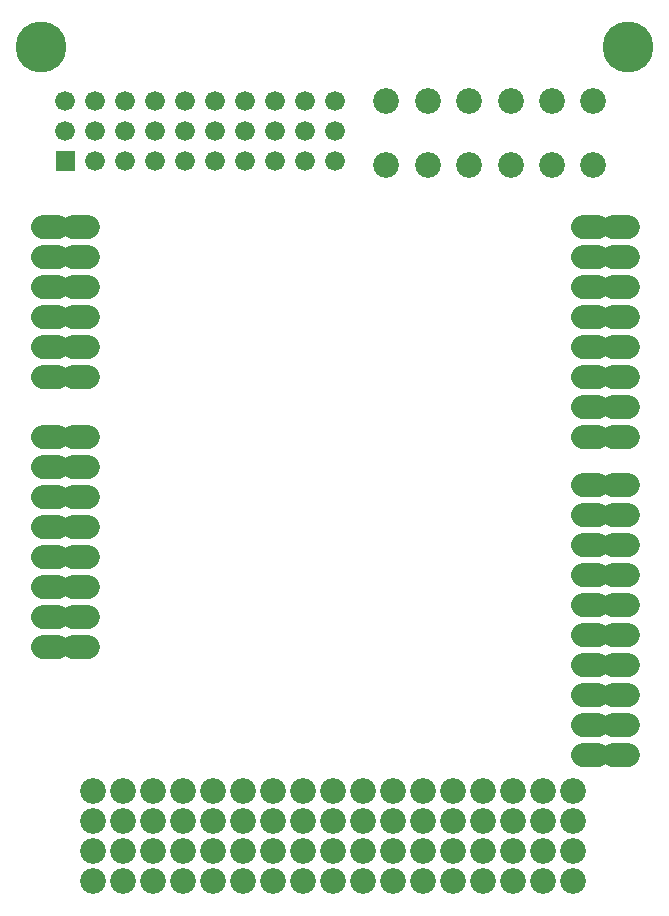
<source format=gbr>
G04 start of page 6 for group -4062 idx -4062 *
G04 Title: 4143shield, soldermask *
G04 Creator: pcb 20110918 *
G04 CreationDate: Fri 27 Jun 2014 10:28:21 PM GMT UTC *
G04 For: ryan *
G04 Format: Gerber/RS-274X *
G04 PCB-Dimensions: 223000 305000 *
G04 PCB-Coordinate-Origin: lower left *
%MOIN*%
%FSLAX25Y25*%
%LNBOTTOMMASK*%
%ADD93C,0.0660*%
%ADD92C,0.0001*%
%ADD91C,0.1700*%
%ADD90C,0.0860*%
%ADD89C,0.0800*%
G54D89*X27000Y161000D03*
Y181000D03*
Y191000D03*
Y91000D03*
Y101000D03*
X17000Y91000D03*
Y101000D03*
X27000Y121000D03*
Y131000D03*
Y141000D03*
Y151000D03*
Y111000D03*
X17000D03*
Y121000D03*
Y131000D03*
Y141000D03*
G54D90*X31200Y32800D03*
Y42800D03*
Y12800D03*
Y22800D03*
G54D89*X17000Y151000D03*
Y161000D03*
Y181000D03*
Y191000D03*
Y201000D03*
Y211000D03*
Y221000D03*
Y231000D03*
G54D91*X14000Y291000D03*
G54D89*X27000Y201000D03*
Y211000D03*
Y221000D03*
Y231000D03*
G54D92*G36*
X18700Y256300D02*Y249700D01*
X25300D01*
Y256300D01*
X18700D01*
G37*
G54D93*X22000Y263000D03*
Y273000D03*
X32000D03*
Y253000D03*
Y263000D03*
X62000Y253000D03*
X72000D03*
X42000D03*
X52000D03*
X62000Y263000D03*
Y273000D03*
X42000Y263000D03*
Y273000D03*
X52000Y263000D03*
Y273000D03*
X72000Y263000D03*
Y273000D03*
X82000Y253000D03*
Y263000D03*
Y273000D03*
X92000Y253000D03*
X102000D03*
X92000Y263000D03*
Y273000D03*
X102000Y263000D03*
Y273000D03*
X112000Y263000D03*
Y273000D03*
Y253000D03*
G54D90*X129000Y273000D03*
Y251500D03*
X142800Y273000D03*
X156600D03*
X170400D03*
X142800Y251500D03*
X156600D03*
X170400D03*
G54D89*X197000Y145000D03*
Y135000D03*
Y125000D03*
Y115000D03*
Y105000D03*
Y201000D03*
Y191000D03*
Y181000D03*
Y171000D03*
Y231000D03*
Y221000D03*
Y211000D03*
G54D90*X184200Y251500D03*
X198000D03*
G54D89*X207000Y231000D03*
Y221000D03*
Y211000D03*
Y201000D03*
Y191000D03*
Y181000D03*
G54D91*X209400Y291000D03*
G54D90*X184200Y273000D03*
X198000D03*
G54D89*X197000Y161000D03*
X207000D03*
Y171000D03*
Y145000D03*
Y135000D03*
Y125000D03*
Y115000D03*
Y105000D03*
Y95000D03*
Y85000D03*
Y75000D03*
Y65000D03*
Y55000D03*
X197000Y95000D03*
Y85000D03*
Y75000D03*
Y65000D03*
Y55000D03*
G54D90*X171200Y32800D03*
Y42800D03*
X161200Y32800D03*
Y42800D03*
X151200Y32800D03*
X141200D03*
X131200D03*
X151200Y42800D03*
X141200D03*
X131200D03*
X121200D03*
X111200D03*
X101200D03*
X121200Y32800D03*
X111200D03*
X101200D03*
X91200D03*
Y42800D03*
X81200D03*
X71200D03*
X61200D03*
X51200D03*
X41200D03*
X81200Y32800D03*
X71200D03*
X61200D03*
X51200D03*
X41200D03*
X191200D03*
Y42800D03*
X181200Y32800D03*
Y42800D03*
X191200Y12800D03*
Y22800D03*
X181200D03*
X171200D03*
X181200Y12800D03*
X171200D03*
X161200D03*
X151200D03*
X141200D03*
X131200D03*
X161200Y22800D03*
X151200D03*
X141200D03*
X121200Y12800D03*
X111200D03*
X101200D03*
X131200Y22800D03*
X121200D03*
X111200D03*
X101200D03*
X91200Y12800D03*
X81200D03*
X71200D03*
X61200D03*
X51200D03*
X41200D03*
X91200Y22800D03*
X81200D03*
X71200D03*
X61200D03*
X51200D03*
X41200D03*
G54D89*X194500Y145000D02*X199500D01*
X194500Y135000D02*X199500D01*
X194500Y125000D02*X199500D01*
X194500Y115000D02*X199500D01*
X194500Y105000D02*X199500D01*
X194500Y95000D02*X199500D01*
X194500Y85000D02*X199500D01*
X194500Y75000D02*X199500D01*
X194500Y65000D02*X199500D01*
X194500Y55000D02*X199500D01*
X24500Y91000D02*X29500D01*
X24500Y101000D02*X29500D01*
X24500Y111000D02*X29500D01*
X14500D02*X19500D01*
X24500Y121000D02*X29500D01*
X14500D02*X19500D01*
X24500Y131000D02*X29500D01*
X14500D02*X19500D01*
X14500Y141000D02*X19500D01*
X14500Y91000D02*X19500D01*
X14500Y101000D02*X19500D01*
X204500Y145000D02*X209500D01*
X204500Y135000D02*X209500D01*
X204500Y125000D02*X209500D01*
X204500Y115000D02*X209500D01*
X204500Y105000D02*X209500D01*
X204500Y95000D02*X209500D01*
X204500Y85000D02*X209500D01*
X204500Y75000D02*X209500D01*
X204500Y65000D02*X209500D01*
X204500Y55000D02*X209500D01*
X194500Y181000D02*X199500D01*
X194500Y171000D02*X199500D01*
X194500Y161000D02*X199500D01*
X194500Y211000D02*X199500D01*
X194500Y201000D02*X199500D01*
X194500Y231000D02*X199500D01*
X194500Y221000D02*X199500D01*
X204500Y231000D02*X209500D01*
X204500Y221000D02*X209500D01*
X204500Y211000D02*X209500D01*
X204500Y201000D02*X209500D01*
X24500D02*X29500D01*
X24500Y211000D02*X29500D01*
X24500Y221000D02*X29500D01*
X24500Y231000D02*X29500D01*
X194500Y191000D02*X199500D01*
X204500D02*X209500D01*
X204500Y181000D02*X209500D01*
X204500Y171000D02*X209500D01*
X204500Y161000D02*X209500D01*
X24500Y141000D02*X29500D01*
X24500Y151000D02*X29500D01*
X14500D02*X19500D01*
X24500Y161000D02*X29500D01*
X14500D02*X19500D01*
X24500Y181000D02*X29500D01*
X24500Y191000D02*X29500D01*
X14500Y181000D02*X19500D01*
X14500Y191000D02*X19500D01*
X14500Y201000D02*X19500D01*
X14500Y211000D02*X19500D01*
X14500Y221000D02*X19500D01*
X14500Y231000D02*X19500D01*
M02*

</source>
